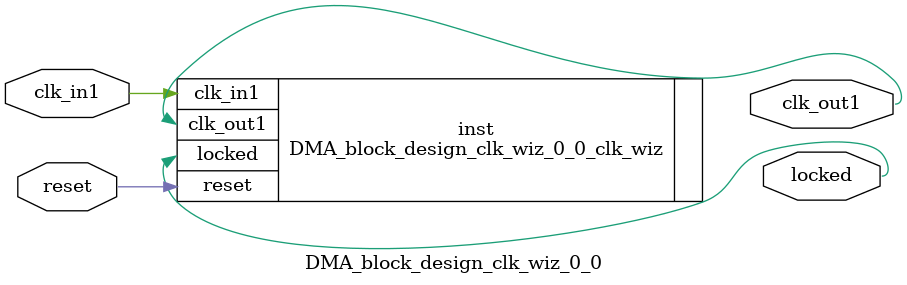
<source format=v>


`timescale 1ps/1ps

(* CORE_GENERATION_INFO = "DMA_block_design_clk_wiz_0_0,clk_wiz_v6_0_6_0_0,{component_name=DMA_block_design_clk_wiz_0_0,use_phase_alignment=true,use_min_o_jitter=false,use_max_i_jitter=false,use_dyn_phase_shift=false,use_inclk_switchover=false,use_dyn_reconfig=false,enable_axi=0,feedback_source=FDBK_AUTO,PRIMITIVE=MMCM,num_out_clk=1,clkin1_period=10.000,clkin2_period=10.000,use_power_down=false,use_reset=true,use_locked=true,use_inclk_stopped=false,feedback_type=SINGLE,CLOCK_MGR_TYPE=NA,manual_override=false}" *)

module DMA_block_design_clk_wiz_0_0 
 (
  // Clock out ports
  output        clk_out1,
  // Status and control signals
  input         reset,
  output        locked,
 // Clock in ports
  input         clk_in1
 );

  DMA_block_design_clk_wiz_0_0_clk_wiz inst
  (
  // Clock out ports  
  .clk_out1(clk_out1),
  // Status and control signals               
  .reset(reset), 
  .locked(locked),
 // Clock in ports
  .clk_in1(clk_in1)
  );

endmodule

</source>
